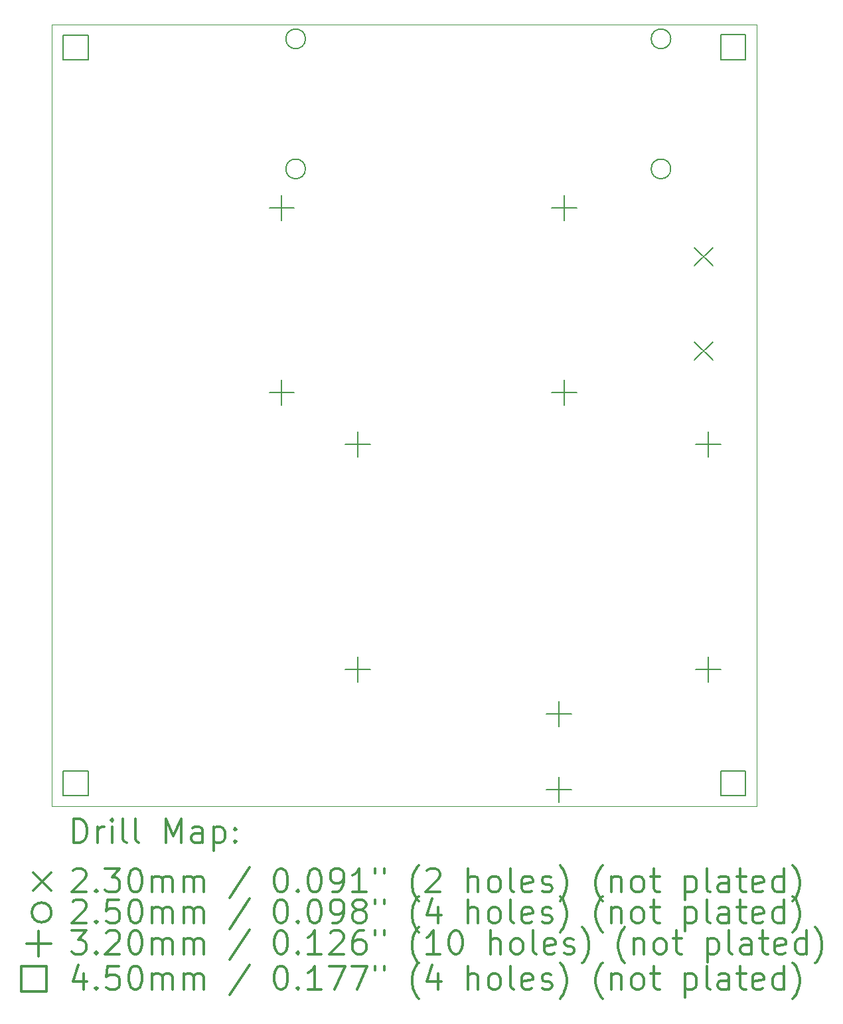
<source format=gbr>
%FSLAX45Y45*%
G04 Gerber Fmt 4.5, Leading zero omitted, Abs format (unit mm)*
G04 Created by KiCad (PCBNEW (5.1.6)-1) date 2021-11-02 04:41:42*
%MOMM*%
%LPD*%
G01*
G04 APERTURE LIST*
%TA.AperFunction,Profile*%
%ADD10C,0.050000*%
%TD*%
%ADD11C,0.200000*%
%ADD12C,0.300000*%
G04 APERTURE END LIST*
D10*
X19255000Y-5266000D02*
X19255000Y-15229000D01*
X10258000Y-5266000D02*
X19255000Y-5266000D01*
X10258000Y-15229000D02*
X10258000Y-5266000D01*
X19255000Y-15229000D02*
X10258000Y-15229000D01*
D11*
X18460000Y-8111000D02*
X18690000Y-8341000D01*
X18690000Y-8111000D02*
X18460000Y-8341000D01*
X18460000Y-9311000D02*
X18690000Y-9541000D01*
X18690000Y-9311000D02*
X18460000Y-9541000D01*
X18156000Y-5449000D02*
G75*
G03*
X18156000Y-5449000I-125000J0D01*
G01*
X13496000Y-7107000D02*
G75*
G03*
X13496000Y-7107000I-125000J0D01*
G01*
X18156000Y-7107000D02*
G75*
G03*
X18156000Y-7107000I-125000J0D01*
G01*
X13496000Y-5449000D02*
G75*
G03*
X13496000Y-5449000I-125000J0D01*
G01*
X16732000Y-13896000D02*
X16732000Y-14216000D01*
X16572000Y-14056000D02*
X16892000Y-14056000D01*
X16795000Y-7447000D02*
X16795000Y-7767000D01*
X16635000Y-7607000D02*
X16955000Y-7607000D01*
X16732000Y-14863000D02*
X16732000Y-15183000D01*
X16572000Y-15023000D02*
X16892000Y-15023000D01*
X13194000Y-7447000D02*
X13194000Y-7767000D01*
X13034000Y-7607000D02*
X13354000Y-7607000D01*
X18635000Y-10456000D02*
X18635000Y-10776000D01*
X18475000Y-10616000D02*
X18795000Y-10616000D01*
X14163000Y-13330000D02*
X14163000Y-13650000D01*
X14003000Y-13490000D02*
X14323000Y-13490000D01*
X16795000Y-9797000D02*
X16795000Y-10117000D01*
X16635000Y-9957000D02*
X16955000Y-9957000D01*
X14163000Y-10456000D02*
X14163000Y-10776000D01*
X14003000Y-10616000D02*
X14323000Y-10616000D01*
X18635000Y-13330000D02*
X18635000Y-13650000D01*
X18475000Y-13490000D02*
X18795000Y-13490000D01*
X13194000Y-9797000D02*
X13194000Y-10117000D01*
X13034000Y-9957000D02*
X13354000Y-9957000D01*
X19109101Y-5716101D02*
X19109101Y-5397899D01*
X18790899Y-5397899D01*
X18790899Y-5716101D01*
X19109101Y-5716101D01*
X10725101Y-15098101D02*
X10725101Y-14779899D01*
X10406899Y-14779899D01*
X10406899Y-15098101D01*
X10725101Y-15098101D01*
X10723101Y-5717101D02*
X10723101Y-5398899D01*
X10404899Y-5398899D01*
X10404899Y-5717101D01*
X10723101Y-5717101D01*
X19110101Y-15098101D02*
X19110101Y-14779899D01*
X18791899Y-14779899D01*
X18791899Y-15098101D01*
X19110101Y-15098101D01*
D12*
X10541928Y-15697214D02*
X10541928Y-15397214D01*
X10613357Y-15397214D01*
X10656214Y-15411500D01*
X10684786Y-15440071D01*
X10699071Y-15468643D01*
X10713357Y-15525786D01*
X10713357Y-15568643D01*
X10699071Y-15625786D01*
X10684786Y-15654357D01*
X10656214Y-15682929D01*
X10613357Y-15697214D01*
X10541928Y-15697214D01*
X10841928Y-15697214D02*
X10841928Y-15497214D01*
X10841928Y-15554357D02*
X10856214Y-15525786D01*
X10870500Y-15511500D01*
X10899071Y-15497214D01*
X10927643Y-15497214D01*
X11027643Y-15697214D02*
X11027643Y-15497214D01*
X11027643Y-15397214D02*
X11013357Y-15411500D01*
X11027643Y-15425786D01*
X11041928Y-15411500D01*
X11027643Y-15397214D01*
X11027643Y-15425786D01*
X11213357Y-15697214D02*
X11184786Y-15682929D01*
X11170500Y-15654357D01*
X11170500Y-15397214D01*
X11370500Y-15697214D02*
X11341928Y-15682929D01*
X11327643Y-15654357D01*
X11327643Y-15397214D01*
X11713357Y-15697214D02*
X11713357Y-15397214D01*
X11813357Y-15611500D01*
X11913357Y-15397214D01*
X11913357Y-15697214D01*
X12184786Y-15697214D02*
X12184786Y-15540071D01*
X12170500Y-15511500D01*
X12141928Y-15497214D01*
X12084786Y-15497214D01*
X12056214Y-15511500D01*
X12184786Y-15682929D02*
X12156214Y-15697214D01*
X12084786Y-15697214D01*
X12056214Y-15682929D01*
X12041928Y-15654357D01*
X12041928Y-15625786D01*
X12056214Y-15597214D01*
X12084786Y-15582929D01*
X12156214Y-15582929D01*
X12184786Y-15568643D01*
X12327643Y-15497214D02*
X12327643Y-15797214D01*
X12327643Y-15511500D02*
X12356214Y-15497214D01*
X12413357Y-15497214D01*
X12441928Y-15511500D01*
X12456214Y-15525786D01*
X12470500Y-15554357D01*
X12470500Y-15640071D01*
X12456214Y-15668643D01*
X12441928Y-15682929D01*
X12413357Y-15697214D01*
X12356214Y-15697214D01*
X12327643Y-15682929D01*
X12599071Y-15668643D02*
X12613357Y-15682929D01*
X12599071Y-15697214D01*
X12584786Y-15682929D01*
X12599071Y-15668643D01*
X12599071Y-15697214D01*
X12599071Y-15511500D02*
X12613357Y-15525786D01*
X12599071Y-15540071D01*
X12584786Y-15525786D01*
X12599071Y-15511500D01*
X12599071Y-15540071D01*
X10025500Y-16076500D02*
X10255500Y-16306500D01*
X10255500Y-16076500D02*
X10025500Y-16306500D01*
X10527643Y-16055786D02*
X10541928Y-16041500D01*
X10570500Y-16027214D01*
X10641928Y-16027214D01*
X10670500Y-16041500D01*
X10684786Y-16055786D01*
X10699071Y-16084357D01*
X10699071Y-16112929D01*
X10684786Y-16155786D01*
X10513357Y-16327214D01*
X10699071Y-16327214D01*
X10827643Y-16298643D02*
X10841928Y-16312929D01*
X10827643Y-16327214D01*
X10813357Y-16312929D01*
X10827643Y-16298643D01*
X10827643Y-16327214D01*
X10941928Y-16027214D02*
X11127643Y-16027214D01*
X11027643Y-16141500D01*
X11070500Y-16141500D01*
X11099071Y-16155786D01*
X11113357Y-16170071D01*
X11127643Y-16198643D01*
X11127643Y-16270071D01*
X11113357Y-16298643D01*
X11099071Y-16312929D01*
X11070500Y-16327214D01*
X10984786Y-16327214D01*
X10956214Y-16312929D01*
X10941928Y-16298643D01*
X11313357Y-16027214D02*
X11341928Y-16027214D01*
X11370500Y-16041500D01*
X11384786Y-16055786D01*
X11399071Y-16084357D01*
X11413357Y-16141500D01*
X11413357Y-16212929D01*
X11399071Y-16270071D01*
X11384786Y-16298643D01*
X11370500Y-16312929D01*
X11341928Y-16327214D01*
X11313357Y-16327214D01*
X11284786Y-16312929D01*
X11270500Y-16298643D01*
X11256214Y-16270071D01*
X11241928Y-16212929D01*
X11241928Y-16141500D01*
X11256214Y-16084357D01*
X11270500Y-16055786D01*
X11284786Y-16041500D01*
X11313357Y-16027214D01*
X11541928Y-16327214D02*
X11541928Y-16127214D01*
X11541928Y-16155786D02*
X11556214Y-16141500D01*
X11584786Y-16127214D01*
X11627643Y-16127214D01*
X11656214Y-16141500D01*
X11670500Y-16170071D01*
X11670500Y-16327214D01*
X11670500Y-16170071D02*
X11684786Y-16141500D01*
X11713357Y-16127214D01*
X11756214Y-16127214D01*
X11784786Y-16141500D01*
X11799071Y-16170071D01*
X11799071Y-16327214D01*
X11941928Y-16327214D02*
X11941928Y-16127214D01*
X11941928Y-16155786D02*
X11956214Y-16141500D01*
X11984786Y-16127214D01*
X12027643Y-16127214D01*
X12056214Y-16141500D01*
X12070500Y-16170071D01*
X12070500Y-16327214D01*
X12070500Y-16170071D02*
X12084786Y-16141500D01*
X12113357Y-16127214D01*
X12156214Y-16127214D01*
X12184786Y-16141500D01*
X12199071Y-16170071D01*
X12199071Y-16327214D01*
X12784786Y-16012929D02*
X12527643Y-16398643D01*
X13170500Y-16027214D02*
X13199071Y-16027214D01*
X13227643Y-16041500D01*
X13241928Y-16055786D01*
X13256214Y-16084357D01*
X13270500Y-16141500D01*
X13270500Y-16212929D01*
X13256214Y-16270071D01*
X13241928Y-16298643D01*
X13227643Y-16312929D01*
X13199071Y-16327214D01*
X13170500Y-16327214D01*
X13141928Y-16312929D01*
X13127643Y-16298643D01*
X13113357Y-16270071D01*
X13099071Y-16212929D01*
X13099071Y-16141500D01*
X13113357Y-16084357D01*
X13127643Y-16055786D01*
X13141928Y-16041500D01*
X13170500Y-16027214D01*
X13399071Y-16298643D02*
X13413357Y-16312929D01*
X13399071Y-16327214D01*
X13384786Y-16312929D01*
X13399071Y-16298643D01*
X13399071Y-16327214D01*
X13599071Y-16027214D02*
X13627643Y-16027214D01*
X13656214Y-16041500D01*
X13670500Y-16055786D01*
X13684786Y-16084357D01*
X13699071Y-16141500D01*
X13699071Y-16212929D01*
X13684786Y-16270071D01*
X13670500Y-16298643D01*
X13656214Y-16312929D01*
X13627643Y-16327214D01*
X13599071Y-16327214D01*
X13570500Y-16312929D01*
X13556214Y-16298643D01*
X13541928Y-16270071D01*
X13527643Y-16212929D01*
X13527643Y-16141500D01*
X13541928Y-16084357D01*
X13556214Y-16055786D01*
X13570500Y-16041500D01*
X13599071Y-16027214D01*
X13841928Y-16327214D02*
X13899071Y-16327214D01*
X13927643Y-16312929D01*
X13941928Y-16298643D01*
X13970500Y-16255786D01*
X13984786Y-16198643D01*
X13984786Y-16084357D01*
X13970500Y-16055786D01*
X13956214Y-16041500D01*
X13927643Y-16027214D01*
X13870500Y-16027214D01*
X13841928Y-16041500D01*
X13827643Y-16055786D01*
X13813357Y-16084357D01*
X13813357Y-16155786D01*
X13827643Y-16184357D01*
X13841928Y-16198643D01*
X13870500Y-16212929D01*
X13927643Y-16212929D01*
X13956214Y-16198643D01*
X13970500Y-16184357D01*
X13984786Y-16155786D01*
X14270500Y-16327214D02*
X14099071Y-16327214D01*
X14184786Y-16327214D02*
X14184786Y-16027214D01*
X14156214Y-16070071D01*
X14127643Y-16098643D01*
X14099071Y-16112929D01*
X14384786Y-16027214D02*
X14384786Y-16084357D01*
X14499071Y-16027214D02*
X14499071Y-16084357D01*
X14941928Y-16441500D02*
X14927643Y-16427214D01*
X14899071Y-16384357D01*
X14884786Y-16355786D01*
X14870500Y-16312929D01*
X14856214Y-16241500D01*
X14856214Y-16184357D01*
X14870500Y-16112929D01*
X14884786Y-16070071D01*
X14899071Y-16041500D01*
X14927643Y-15998643D01*
X14941928Y-15984357D01*
X15041928Y-16055786D02*
X15056214Y-16041500D01*
X15084786Y-16027214D01*
X15156214Y-16027214D01*
X15184786Y-16041500D01*
X15199071Y-16055786D01*
X15213357Y-16084357D01*
X15213357Y-16112929D01*
X15199071Y-16155786D01*
X15027643Y-16327214D01*
X15213357Y-16327214D01*
X15570500Y-16327214D02*
X15570500Y-16027214D01*
X15699071Y-16327214D02*
X15699071Y-16170071D01*
X15684786Y-16141500D01*
X15656214Y-16127214D01*
X15613357Y-16127214D01*
X15584786Y-16141500D01*
X15570500Y-16155786D01*
X15884786Y-16327214D02*
X15856214Y-16312929D01*
X15841928Y-16298643D01*
X15827643Y-16270071D01*
X15827643Y-16184357D01*
X15841928Y-16155786D01*
X15856214Y-16141500D01*
X15884786Y-16127214D01*
X15927643Y-16127214D01*
X15956214Y-16141500D01*
X15970500Y-16155786D01*
X15984786Y-16184357D01*
X15984786Y-16270071D01*
X15970500Y-16298643D01*
X15956214Y-16312929D01*
X15927643Y-16327214D01*
X15884786Y-16327214D01*
X16156214Y-16327214D02*
X16127643Y-16312929D01*
X16113357Y-16284357D01*
X16113357Y-16027214D01*
X16384786Y-16312929D02*
X16356214Y-16327214D01*
X16299071Y-16327214D01*
X16270500Y-16312929D01*
X16256214Y-16284357D01*
X16256214Y-16170071D01*
X16270500Y-16141500D01*
X16299071Y-16127214D01*
X16356214Y-16127214D01*
X16384786Y-16141500D01*
X16399071Y-16170071D01*
X16399071Y-16198643D01*
X16256214Y-16227214D01*
X16513357Y-16312929D02*
X16541928Y-16327214D01*
X16599071Y-16327214D01*
X16627643Y-16312929D01*
X16641928Y-16284357D01*
X16641928Y-16270071D01*
X16627643Y-16241500D01*
X16599071Y-16227214D01*
X16556214Y-16227214D01*
X16527643Y-16212929D01*
X16513357Y-16184357D01*
X16513357Y-16170071D01*
X16527643Y-16141500D01*
X16556214Y-16127214D01*
X16599071Y-16127214D01*
X16627643Y-16141500D01*
X16741928Y-16441500D02*
X16756214Y-16427214D01*
X16784786Y-16384357D01*
X16799071Y-16355786D01*
X16813357Y-16312929D01*
X16827643Y-16241500D01*
X16827643Y-16184357D01*
X16813357Y-16112929D01*
X16799071Y-16070071D01*
X16784786Y-16041500D01*
X16756214Y-15998643D01*
X16741928Y-15984357D01*
X17284786Y-16441500D02*
X17270500Y-16427214D01*
X17241928Y-16384357D01*
X17227643Y-16355786D01*
X17213357Y-16312929D01*
X17199071Y-16241500D01*
X17199071Y-16184357D01*
X17213357Y-16112929D01*
X17227643Y-16070071D01*
X17241928Y-16041500D01*
X17270500Y-15998643D01*
X17284786Y-15984357D01*
X17399071Y-16127214D02*
X17399071Y-16327214D01*
X17399071Y-16155786D02*
X17413357Y-16141500D01*
X17441928Y-16127214D01*
X17484786Y-16127214D01*
X17513357Y-16141500D01*
X17527643Y-16170071D01*
X17527643Y-16327214D01*
X17713357Y-16327214D02*
X17684786Y-16312929D01*
X17670500Y-16298643D01*
X17656214Y-16270071D01*
X17656214Y-16184357D01*
X17670500Y-16155786D01*
X17684786Y-16141500D01*
X17713357Y-16127214D01*
X17756214Y-16127214D01*
X17784786Y-16141500D01*
X17799071Y-16155786D01*
X17813357Y-16184357D01*
X17813357Y-16270071D01*
X17799071Y-16298643D01*
X17784786Y-16312929D01*
X17756214Y-16327214D01*
X17713357Y-16327214D01*
X17899071Y-16127214D02*
X18013357Y-16127214D01*
X17941928Y-16027214D02*
X17941928Y-16284357D01*
X17956214Y-16312929D01*
X17984786Y-16327214D01*
X18013357Y-16327214D01*
X18341928Y-16127214D02*
X18341928Y-16427214D01*
X18341928Y-16141500D02*
X18370500Y-16127214D01*
X18427643Y-16127214D01*
X18456214Y-16141500D01*
X18470500Y-16155786D01*
X18484786Y-16184357D01*
X18484786Y-16270071D01*
X18470500Y-16298643D01*
X18456214Y-16312929D01*
X18427643Y-16327214D01*
X18370500Y-16327214D01*
X18341928Y-16312929D01*
X18656214Y-16327214D02*
X18627643Y-16312929D01*
X18613357Y-16284357D01*
X18613357Y-16027214D01*
X18899071Y-16327214D02*
X18899071Y-16170071D01*
X18884786Y-16141500D01*
X18856214Y-16127214D01*
X18799071Y-16127214D01*
X18770500Y-16141500D01*
X18899071Y-16312929D02*
X18870500Y-16327214D01*
X18799071Y-16327214D01*
X18770500Y-16312929D01*
X18756214Y-16284357D01*
X18756214Y-16255786D01*
X18770500Y-16227214D01*
X18799071Y-16212929D01*
X18870500Y-16212929D01*
X18899071Y-16198643D01*
X18999071Y-16127214D02*
X19113357Y-16127214D01*
X19041928Y-16027214D02*
X19041928Y-16284357D01*
X19056214Y-16312929D01*
X19084786Y-16327214D01*
X19113357Y-16327214D01*
X19327643Y-16312929D02*
X19299071Y-16327214D01*
X19241928Y-16327214D01*
X19213357Y-16312929D01*
X19199071Y-16284357D01*
X19199071Y-16170071D01*
X19213357Y-16141500D01*
X19241928Y-16127214D01*
X19299071Y-16127214D01*
X19327643Y-16141500D01*
X19341928Y-16170071D01*
X19341928Y-16198643D01*
X19199071Y-16227214D01*
X19599071Y-16327214D02*
X19599071Y-16027214D01*
X19599071Y-16312929D02*
X19570500Y-16327214D01*
X19513357Y-16327214D01*
X19484786Y-16312929D01*
X19470500Y-16298643D01*
X19456214Y-16270071D01*
X19456214Y-16184357D01*
X19470500Y-16155786D01*
X19484786Y-16141500D01*
X19513357Y-16127214D01*
X19570500Y-16127214D01*
X19599071Y-16141500D01*
X19713357Y-16441500D02*
X19727643Y-16427214D01*
X19756214Y-16384357D01*
X19770500Y-16355786D01*
X19784786Y-16312929D01*
X19799071Y-16241500D01*
X19799071Y-16184357D01*
X19784786Y-16112929D01*
X19770500Y-16070071D01*
X19756214Y-16041500D01*
X19727643Y-15998643D01*
X19713357Y-15984357D01*
X10255500Y-16587500D02*
G75*
G03*
X10255500Y-16587500I-125000J0D01*
G01*
X10527643Y-16451786D02*
X10541928Y-16437500D01*
X10570500Y-16423214D01*
X10641928Y-16423214D01*
X10670500Y-16437500D01*
X10684786Y-16451786D01*
X10699071Y-16480357D01*
X10699071Y-16508929D01*
X10684786Y-16551786D01*
X10513357Y-16723214D01*
X10699071Y-16723214D01*
X10827643Y-16694643D02*
X10841928Y-16708929D01*
X10827643Y-16723214D01*
X10813357Y-16708929D01*
X10827643Y-16694643D01*
X10827643Y-16723214D01*
X11113357Y-16423214D02*
X10970500Y-16423214D01*
X10956214Y-16566071D01*
X10970500Y-16551786D01*
X10999071Y-16537500D01*
X11070500Y-16537500D01*
X11099071Y-16551786D01*
X11113357Y-16566071D01*
X11127643Y-16594643D01*
X11127643Y-16666071D01*
X11113357Y-16694643D01*
X11099071Y-16708929D01*
X11070500Y-16723214D01*
X10999071Y-16723214D01*
X10970500Y-16708929D01*
X10956214Y-16694643D01*
X11313357Y-16423214D02*
X11341928Y-16423214D01*
X11370500Y-16437500D01*
X11384786Y-16451786D01*
X11399071Y-16480357D01*
X11413357Y-16537500D01*
X11413357Y-16608929D01*
X11399071Y-16666071D01*
X11384786Y-16694643D01*
X11370500Y-16708929D01*
X11341928Y-16723214D01*
X11313357Y-16723214D01*
X11284786Y-16708929D01*
X11270500Y-16694643D01*
X11256214Y-16666071D01*
X11241928Y-16608929D01*
X11241928Y-16537500D01*
X11256214Y-16480357D01*
X11270500Y-16451786D01*
X11284786Y-16437500D01*
X11313357Y-16423214D01*
X11541928Y-16723214D02*
X11541928Y-16523214D01*
X11541928Y-16551786D02*
X11556214Y-16537500D01*
X11584786Y-16523214D01*
X11627643Y-16523214D01*
X11656214Y-16537500D01*
X11670500Y-16566071D01*
X11670500Y-16723214D01*
X11670500Y-16566071D02*
X11684786Y-16537500D01*
X11713357Y-16523214D01*
X11756214Y-16523214D01*
X11784786Y-16537500D01*
X11799071Y-16566071D01*
X11799071Y-16723214D01*
X11941928Y-16723214D02*
X11941928Y-16523214D01*
X11941928Y-16551786D02*
X11956214Y-16537500D01*
X11984786Y-16523214D01*
X12027643Y-16523214D01*
X12056214Y-16537500D01*
X12070500Y-16566071D01*
X12070500Y-16723214D01*
X12070500Y-16566071D02*
X12084786Y-16537500D01*
X12113357Y-16523214D01*
X12156214Y-16523214D01*
X12184786Y-16537500D01*
X12199071Y-16566071D01*
X12199071Y-16723214D01*
X12784786Y-16408929D02*
X12527643Y-16794643D01*
X13170500Y-16423214D02*
X13199071Y-16423214D01*
X13227643Y-16437500D01*
X13241928Y-16451786D01*
X13256214Y-16480357D01*
X13270500Y-16537500D01*
X13270500Y-16608929D01*
X13256214Y-16666071D01*
X13241928Y-16694643D01*
X13227643Y-16708929D01*
X13199071Y-16723214D01*
X13170500Y-16723214D01*
X13141928Y-16708929D01*
X13127643Y-16694643D01*
X13113357Y-16666071D01*
X13099071Y-16608929D01*
X13099071Y-16537500D01*
X13113357Y-16480357D01*
X13127643Y-16451786D01*
X13141928Y-16437500D01*
X13170500Y-16423214D01*
X13399071Y-16694643D02*
X13413357Y-16708929D01*
X13399071Y-16723214D01*
X13384786Y-16708929D01*
X13399071Y-16694643D01*
X13399071Y-16723214D01*
X13599071Y-16423214D02*
X13627643Y-16423214D01*
X13656214Y-16437500D01*
X13670500Y-16451786D01*
X13684786Y-16480357D01*
X13699071Y-16537500D01*
X13699071Y-16608929D01*
X13684786Y-16666071D01*
X13670500Y-16694643D01*
X13656214Y-16708929D01*
X13627643Y-16723214D01*
X13599071Y-16723214D01*
X13570500Y-16708929D01*
X13556214Y-16694643D01*
X13541928Y-16666071D01*
X13527643Y-16608929D01*
X13527643Y-16537500D01*
X13541928Y-16480357D01*
X13556214Y-16451786D01*
X13570500Y-16437500D01*
X13599071Y-16423214D01*
X13841928Y-16723214D02*
X13899071Y-16723214D01*
X13927643Y-16708929D01*
X13941928Y-16694643D01*
X13970500Y-16651786D01*
X13984786Y-16594643D01*
X13984786Y-16480357D01*
X13970500Y-16451786D01*
X13956214Y-16437500D01*
X13927643Y-16423214D01*
X13870500Y-16423214D01*
X13841928Y-16437500D01*
X13827643Y-16451786D01*
X13813357Y-16480357D01*
X13813357Y-16551786D01*
X13827643Y-16580357D01*
X13841928Y-16594643D01*
X13870500Y-16608929D01*
X13927643Y-16608929D01*
X13956214Y-16594643D01*
X13970500Y-16580357D01*
X13984786Y-16551786D01*
X14156214Y-16551786D02*
X14127643Y-16537500D01*
X14113357Y-16523214D01*
X14099071Y-16494643D01*
X14099071Y-16480357D01*
X14113357Y-16451786D01*
X14127643Y-16437500D01*
X14156214Y-16423214D01*
X14213357Y-16423214D01*
X14241928Y-16437500D01*
X14256214Y-16451786D01*
X14270500Y-16480357D01*
X14270500Y-16494643D01*
X14256214Y-16523214D01*
X14241928Y-16537500D01*
X14213357Y-16551786D01*
X14156214Y-16551786D01*
X14127643Y-16566071D01*
X14113357Y-16580357D01*
X14099071Y-16608929D01*
X14099071Y-16666071D01*
X14113357Y-16694643D01*
X14127643Y-16708929D01*
X14156214Y-16723214D01*
X14213357Y-16723214D01*
X14241928Y-16708929D01*
X14256214Y-16694643D01*
X14270500Y-16666071D01*
X14270500Y-16608929D01*
X14256214Y-16580357D01*
X14241928Y-16566071D01*
X14213357Y-16551786D01*
X14384786Y-16423214D02*
X14384786Y-16480357D01*
X14499071Y-16423214D02*
X14499071Y-16480357D01*
X14941928Y-16837500D02*
X14927643Y-16823214D01*
X14899071Y-16780357D01*
X14884786Y-16751786D01*
X14870500Y-16708929D01*
X14856214Y-16637500D01*
X14856214Y-16580357D01*
X14870500Y-16508929D01*
X14884786Y-16466071D01*
X14899071Y-16437500D01*
X14927643Y-16394643D01*
X14941928Y-16380357D01*
X15184786Y-16523214D02*
X15184786Y-16723214D01*
X15113357Y-16408929D02*
X15041928Y-16623214D01*
X15227643Y-16623214D01*
X15570500Y-16723214D02*
X15570500Y-16423214D01*
X15699071Y-16723214D02*
X15699071Y-16566071D01*
X15684786Y-16537500D01*
X15656214Y-16523214D01*
X15613357Y-16523214D01*
X15584786Y-16537500D01*
X15570500Y-16551786D01*
X15884786Y-16723214D02*
X15856214Y-16708929D01*
X15841928Y-16694643D01*
X15827643Y-16666071D01*
X15827643Y-16580357D01*
X15841928Y-16551786D01*
X15856214Y-16537500D01*
X15884786Y-16523214D01*
X15927643Y-16523214D01*
X15956214Y-16537500D01*
X15970500Y-16551786D01*
X15984786Y-16580357D01*
X15984786Y-16666071D01*
X15970500Y-16694643D01*
X15956214Y-16708929D01*
X15927643Y-16723214D01*
X15884786Y-16723214D01*
X16156214Y-16723214D02*
X16127643Y-16708929D01*
X16113357Y-16680357D01*
X16113357Y-16423214D01*
X16384786Y-16708929D02*
X16356214Y-16723214D01*
X16299071Y-16723214D01*
X16270500Y-16708929D01*
X16256214Y-16680357D01*
X16256214Y-16566071D01*
X16270500Y-16537500D01*
X16299071Y-16523214D01*
X16356214Y-16523214D01*
X16384786Y-16537500D01*
X16399071Y-16566071D01*
X16399071Y-16594643D01*
X16256214Y-16623214D01*
X16513357Y-16708929D02*
X16541928Y-16723214D01*
X16599071Y-16723214D01*
X16627643Y-16708929D01*
X16641928Y-16680357D01*
X16641928Y-16666071D01*
X16627643Y-16637500D01*
X16599071Y-16623214D01*
X16556214Y-16623214D01*
X16527643Y-16608929D01*
X16513357Y-16580357D01*
X16513357Y-16566071D01*
X16527643Y-16537500D01*
X16556214Y-16523214D01*
X16599071Y-16523214D01*
X16627643Y-16537500D01*
X16741928Y-16837500D02*
X16756214Y-16823214D01*
X16784786Y-16780357D01*
X16799071Y-16751786D01*
X16813357Y-16708929D01*
X16827643Y-16637500D01*
X16827643Y-16580357D01*
X16813357Y-16508929D01*
X16799071Y-16466071D01*
X16784786Y-16437500D01*
X16756214Y-16394643D01*
X16741928Y-16380357D01*
X17284786Y-16837500D02*
X17270500Y-16823214D01*
X17241928Y-16780357D01*
X17227643Y-16751786D01*
X17213357Y-16708929D01*
X17199071Y-16637500D01*
X17199071Y-16580357D01*
X17213357Y-16508929D01*
X17227643Y-16466071D01*
X17241928Y-16437500D01*
X17270500Y-16394643D01*
X17284786Y-16380357D01*
X17399071Y-16523214D02*
X17399071Y-16723214D01*
X17399071Y-16551786D02*
X17413357Y-16537500D01*
X17441928Y-16523214D01*
X17484786Y-16523214D01*
X17513357Y-16537500D01*
X17527643Y-16566071D01*
X17527643Y-16723214D01*
X17713357Y-16723214D02*
X17684786Y-16708929D01*
X17670500Y-16694643D01*
X17656214Y-16666071D01*
X17656214Y-16580357D01*
X17670500Y-16551786D01*
X17684786Y-16537500D01*
X17713357Y-16523214D01*
X17756214Y-16523214D01*
X17784786Y-16537500D01*
X17799071Y-16551786D01*
X17813357Y-16580357D01*
X17813357Y-16666071D01*
X17799071Y-16694643D01*
X17784786Y-16708929D01*
X17756214Y-16723214D01*
X17713357Y-16723214D01*
X17899071Y-16523214D02*
X18013357Y-16523214D01*
X17941928Y-16423214D02*
X17941928Y-16680357D01*
X17956214Y-16708929D01*
X17984786Y-16723214D01*
X18013357Y-16723214D01*
X18341928Y-16523214D02*
X18341928Y-16823214D01*
X18341928Y-16537500D02*
X18370500Y-16523214D01*
X18427643Y-16523214D01*
X18456214Y-16537500D01*
X18470500Y-16551786D01*
X18484786Y-16580357D01*
X18484786Y-16666071D01*
X18470500Y-16694643D01*
X18456214Y-16708929D01*
X18427643Y-16723214D01*
X18370500Y-16723214D01*
X18341928Y-16708929D01*
X18656214Y-16723214D02*
X18627643Y-16708929D01*
X18613357Y-16680357D01*
X18613357Y-16423214D01*
X18899071Y-16723214D02*
X18899071Y-16566071D01*
X18884786Y-16537500D01*
X18856214Y-16523214D01*
X18799071Y-16523214D01*
X18770500Y-16537500D01*
X18899071Y-16708929D02*
X18870500Y-16723214D01*
X18799071Y-16723214D01*
X18770500Y-16708929D01*
X18756214Y-16680357D01*
X18756214Y-16651786D01*
X18770500Y-16623214D01*
X18799071Y-16608929D01*
X18870500Y-16608929D01*
X18899071Y-16594643D01*
X18999071Y-16523214D02*
X19113357Y-16523214D01*
X19041928Y-16423214D02*
X19041928Y-16680357D01*
X19056214Y-16708929D01*
X19084786Y-16723214D01*
X19113357Y-16723214D01*
X19327643Y-16708929D02*
X19299071Y-16723214D01*
X19241928Y-16723214D01*
X19213357Y-16708929D01*
X19199071Y-16680357D01*
X19199071Y-16566071D01*
X19213357Y-16537500D01*
X19241928Y-16523214D01*
X19299071Y-16523214D01*
X19327643Y-16537500D01*
X19341928Y-16566071D01*
X19341928Y-16594643D01*
X19199071Y-16623214D01*
X19599071Y-16723214D02*
X19599071Y-16423214D01*
X19599071Y-16708929D02*
X19570500Y-16723214D01*
X19513357Y-16723214D01*
X19484786Y-16708929D01*
X19470500Y-16694643D01*
X19456214Y-16666071D01*
X19456214Y-16580357D01*
X19470500Y-16551786D01*
X19484786Y-16537500D01*
X19513357Y-16523214D01*
X19570500Y-16523214D01*
X19599071Y-16537500D01*
X19713357Y-16837500D02*
X19727643Y-16823214D01*
X19756214Y-16780357D01*
X19770500Y-16751786D01*
X19784786Y-16708929D01*
X19799071Y-16637500D01*
X19799071Y-16580357D01*
X19784786Y-16508929D01*
X19770500Y-16466071D01*
X19756214Y-16437500D01*
X19727643Y-16394643D01*
X19713357Y-16380357D01*
X10095500Y-16823500D02*
X10095500Y-17143500D01*
X9935500Y-16983500D02*
X10255500Y-16983500D01*
X10513357Y-16819214D02*
X10699071Y-16819214D01*
X10599071Y-16933500D01*
X10641928Y-16933500D01*
X10670500Y-16947786D01*
X10684786Y-16962072D01*
X10699071Y-16990643D01*
X10699071Y-17062072D01*
X10684786Y-17090643D01*
X10670500Y-17104929D01*
X10641928Y-17119214D01*
X10556214Y-17119214D01*
X10527643Y-17104929D01*
X10513357Y-17090643D01*
X10827643Y-17090643D02*
X10841928Y-17104929D01*
X10827643Y-17119214D01*
X10813357Y-17104929D01*
X10827643Y-17090643D01*
X10827643Y-17119214D01*
X10956214Y-16847786D02*
X10970500Y-16833500D01*
X10999071Y-16819214D01*
X11070500Y-16819214D01*
X11099071Y-16833500D01*
X11113357Y-16847786D01*
X11127643Y-16876357D01*
X11127643Y-16904929D01*
X11113357Y-16947786D01*
X10941928Y-17119214D01*
X11127643Y-17119214D01*
X11313357Y-16819214D02*
X11341928Y-16819214D01*
X11370500Y-16833500D01*
X11384786Y-16847786D01*
X11399071Y-16876357D01*
X11413357Y-16933500D01*
X11413357Y-17004929D01*
X11399071Y-17062072D01*
X11384786Y-17090643D01*
X11370500Y-17104929D01*
X11341928Y-17119214D01*
X11313357Y-17119214D01*
X11284786Y-17104929D01*
X11270500Y-17090643D01*
X11256214Y-17062072D01*
X11241928Y-17004929D01*
X11241928Y-16933500D01*
X11256214Y-16876357D01*
X11270500Y-16847786D01*
X11284786Y-16833500D01*
X11313357Y-16819214D01*
X11541928Y-17119214D02*
X11541928Y-16919214D01*
X11541928Y-16947786D02*
X11556214Y-16933500D01*
X11584786Y-16919214D01*
X11627643Y-16919214D01*
X11656214Y-16933500D01*
X11670500Y-16962072D01*
X11670500Y-17119214D01*
X11670500Y-16962072D02*
X11684786Y-16933500D01*
X11713357Y-16919214D01*
X11756214Y-16919214D01*
X11784786Y-16933500D01*
X11799071Y-16962072D01*
X11799071Y-17119214D01*
X11941928Y-17119214D02*
X11941928Y-16919214D01*
X11941928Y-16947786D02*
X11956214Y-16933500D01*
X11984786Y-16919214D01*
X12027643Y-16919214D01*
X12056214Y-16933500D01*
X12070500Y-16962072D01*
X12070500Y-17119214D01*
X12070500Y-16962072D02*
X12084786Y-16933500D01*
X12113357Y-16919214D01*
X12156214Y-16919214D01*
X12184786Y-16933500D01*
X12199071Y-16962072D01*
X12199071Y-17119214D01*
X12784786Y-16804929D02*
X12527643Y-17190643D01*
X13170500Y-16819214D02*
X13199071Y-16819214D01*
X13227643Y-16833500D01*
X13241928Y-16847786D01*
X13256214Y-16876357D01*
X13270500Y-16933500D01*
X13270500Y-17004929D01*
X13256214Y-17062072D01*
X13241928Y-17090643D01*
X13227643Y-17104929D01*
X13199071Y-17119214D01*
X13170500Y-17119214D01*
X13141928Y-17104929D01*
X13127643Y-17090643D01*
X13113357Y-17062072D01*
X13099071Y-17004929D01*
X13099071Y-16933500D01*
X13113357Y-16876357D01*
X13127643Y-16847786D01*
X13141928Y-16833500D01*
X13170500Y-16819214D01*
X13399071Y-17090643D02*
X13413357Y-17104929D01*
X13399071Y-17119214D01*
X13384786Y-17104929D01*
X13399071Y-17090643D01*
X13399071Y-17119214D01*
X13699071Y-17119214D02*
X13527643Y-17119214D01*
X13613357Y-17119214D02*
X13613357Y-16819214D01*
X13584786Y-16862072D01*
X13556214Y-16890643D01*
X13527643Y-16904929D01*
X13813357Y-16847786D02*
X13827643Y-16833500D01*
X13856214Y-16819214D01*
X13927643Y-16819214D01*
X13956214Y-16833500D01*
X13970500Y-16847786D01*
X13984786Y-16876357D01*
X13984786Y-16904929D01*
X13970500Y-16947786D01*
X13799071Y-17119214D01*
X13984786Y-17119214D01*
X14241928Y-16819214D02*
X14184786Y-16819214D01*
X14156214Y-16833500D01*
X14141928Y-16847786D01*
X14113357Y-16890643D01*
X14099071Y-16947786D01*
X14099071Y-17062072D01*
X14113357Y-17090643D01*
X14127643Y-17104929D01*
X14156214Y-17119214D01*
X14213357Y-17119214D01*
X14241928Y-17104929D01*
X14256214Y-17090643D01*
X14270500Y-17062072D01*
X14270500Y-16990643D01*
X14256214Y-16962072D01*
X14241928Y-16947786D01*
X14213357Y-16933500D01*
X14156214Y-16933500D01*
X14127643Y-16947786D01*
X14113357Y-16962072D01*
X14099071Y-16990643D01*
X14384786Y-16819214D02*
X14384786Y-16876357D01*
X14499071Y-16819214D02*
X14499071Y-16876357D01*
X14941928Y-17233500D02*
X14927643Y-17219214D01*
X14899071Y-17176357D01*
X14884786Y-17147786D01*
X14870500Y-17104929D01*
X14856214Y-17033500D01*
X14856214Y-16976357D01*
X14870500Y-16904929D01*
X14884786Y-16862072D01*
X14899071Y-16833500D01*
X14927643Y-16790643D01*
X14941928Y-16776357D01*
X15213357Y-17119214D02*
X15041928Y-17119214D01*
X15127643Y-17119214D02*
X15127643Y-16819214D01*
X15099071Y-16862072D01*
X15070500Y-16890643D01*
X15041928Y-16904929D01*
X15399071Y-16819214D02*
X15427643Y-16819214D01*
X15456214Y-16833500D01*
X15470500Y-16847786D01*
X15484786Y-16876357D01*
X15499071Y-16933500D01*
X15499071Y-17004929D01*
X15484786Y-17062072D01*
X15470500Y-17090643D01*
X15456214Y-17104929D01*
X15427643Y-17119214D01*
X15399071Y-17119214D01*
X15370500Y-17104929D01*
X15356214Y-17090643D01*
X15341928Y-17062072D01*
X15327643Y-17004929D01*
X15327643Y-16933500D01*
X15341928Y-16876357D01*
X15356214Y-16847786D01*
X15370500Y-16833500D01*
X15399071Y-16819214D01*
X15856214Y-17119214D02*
X15856214Y-16819214D01*
X15984786Y-17119214D02*
X15984786Y-16962072D01*
X15970500Y-16933500D01*
X15941928Y-16919214D01*
X15899071Y-16919214D01*
X15870500Y-16933500D01*
X15856214Y-16947786D01*
X16170500Y-17119214D02*
X16141928Y-17104929D01*
X16127643Y-17090643D01*
X16113357Y-17062072D01*
X16113357Y-16976357D01*
X16127643Y-16947786D01*
X16141928Y-16933500D01*
X16170500Y-16919214D01*
X16213357Y-16919214D01*
X16241928Y-16933500D01*
X16256214Y-16947786D01*
X16270500Y-16976357D01*
X16270500Y-17062072D01*
X16256214Y-17090643D01*
X16241928Y-17104929D01*
X16213357Y-17119214D01*
X16170500Y-17119214D01*
X16441928Y-17119214D02*
X16413357Y-17104929D01*
X16399071Y-17076357D01*
X16399071Y-16819214D01*
X16670500Y-17104929D02*
X16641928Y-17119214D01*
X16584786Y-17119214D01*
X16556214Y-17104929D01*
X16541928Y-17076357D01*
X16541928Y-16962072D01*
X16556214Y-16933500D01*
X16584786Y-16919214D01*
X16641928Y-16919214D01*
X16670500Y-16933500D01*
X16684786Y-16962072D01*
X16684786Y-16990643D01*
X16541928Y-17019214D01*
X16799071Y-17104929D02*
X16827643Y-17119214D01*
X16884786Y-17119214D01*
X16913357Y-17104929D01*
X16927643Y-17076357D01*
X16927643Y-17062072D01*
X16913357Y-17033500D01*
X16884786Y-17019214D01*
X16841928Y-17019214D01*
X16813357Y-17004929D01*
X16799071Y-16976357D01*
X16799071Y-16962072D01*
X16813357Y-16933500D01*
X16841928Y-16919214D01*
X16884786Y-16919214D01*
X16913357Y-16933500D01*
X17027643Y-17233500D02*
X17041928Y-17219214D01*
X17070500Y-17176357D01*
X17084786Y-17147786D01*
X17099071Y-17104929D01*
X17113357Y-17033500D01*
X17113357Y-16976357D01*
X17099071Y-16904929D01*
X17084786Y-16862072D01*
X17070500Y-16833500D01*
X17041928Y-16790643D01*
X17027643Y-16776357D01*
X17570500Y-17233500D02*
X17556214Y-17219214D01*
X17527643Y-17176357D01*
X17513357Y-17147786D01*
X17499071Y-17104929D01*
X17484786Y-17033500D01*
X17484786Y-16976357D01*
X17499071Y-16904929D01*
X17513357Y-16862072D01*
X17527643Y-16833500D01*
X17556214Y-16790643D01*
X17570500Y-16776357D01*
X17684786Y-16919214D02*
X17684786Y-17119214D01*
X17684786Y-16947786D02*
X17699071Y-16933500D01*
X17727643Y-16919214D01*
X17770500Y-16919214D01*
X17799071Y-16933500D01*
X17813357Y-16962072D01*
X17813357Y-17119214D01*
X17999071Y-17119214D02*
X17970500Y-17104929D01*
X17956214Y-17090643D01*
X17941928Y-17062072D01*
X17941928Y-16976357D01*
X17956214Y-16947786D01*
X17970500Y-16933500D01*
X17999071Y-16919214D01*
X18041928Y-16919214D01*
X18070500Y-16933500D01*
X18084786Y-16947786D01*
X18099071Y-16976357D01*
X18099071Y-17062072D01*
X18084786Y-17090643D01*
X18070500Y-17104929D01*
X18041928Y-17119214D01*
X17999071Y-17119214D01*
X18184786Y-16919214D02*
X18299071Y-16919214D01*
X18227643Y-16819214D02*
X18227643Y-17076357D01*
X18241928Y-17104929D01*
X18270500Y-17119214D01*
X18299071Y-17119214D01*
X18627643Y-16919214D02*
X18627643Y-17219214D01*
X18627643Y-16933500D02*
X18656214Y-16919214D01*
X18713357Y-16919214D01*
X18741928Y-16933500D01*
X18756214Y-16947786D01*
X18770500Y-16976357D01*
X18770500Y-17062072D01*
X18756214Y-17090643D01*
X18741928Y-17104929D01*
X18713357Y-17119214D01*
X18656214Y-17119214D01*
X18627643Y-17104929D01*
X18941928Y-17119214D02*
X18913357Y-17104929D01*
X18899071Y-17076357D01*
X18899071Y-16819214D01*
X19184786Y-17119214D02*
X19184786Y-16962072D01*
X19170500Y-16933500D01*
X19141928Y-16919214D01*
X19084786Y-16919214D01*
X19056214Y-16933500D01*
X19184786Y-17104929D02*
X19156214Y-17119214D01*
X19084786Y-17119214D01*
X19056214Y-17104929D01*
X19041928Y-17076357D01*
X19041928Y-17047786D01*
X19056214Y-17019214D01*
X19084786Y-17004929D01*
X19156214Y-17004929D01*
X19184786Y-16990643D01*
X19284786Y-16919214D02*
X19399071Y-16919214D01*
X19327643Y-16819214D02*
X19327643Y-17076357D01*
X19341928Y-17104929D01*
X19370500Y-17119214D01*
X19399071Y-17119214D01*
X19613357Y-17104929D02*
X19584786Y-17119214D01*
X19527643Y-17119214D01*
X19499071Y-17104929D01*
X19484786Y-17076357D01*
X19484786Y-16962072D01*
X19499071Y-16933500D01*
X19527643Y-16919214D01*
X19584786Y-16919214D01*
X19613357Y-16933500D01*
X19627643Y-16962072D01*
X19627643Y-16990643D01*
X19484786Y-17019214D01*
X19884786Y-17119214D02*
X19884786Y-16819214D01*
X19884786Y-17104929D02*
X19856214Y-17119214D01*
X19799071Y-17119214D01*
X19770500Y-17104929D01*
X19756214Y-17090643D01*
X19741928Y-17062072D01*
X19741928Y-16976357D01*
X19756214Y-16947786D01*
X19770500Y-16933500D01*
X19799071Y-16919214D01*
X19856214Y-16919214D01*
X19884786Y-16933500D01*
X19999071Y-17233500D02*
X20013357Y-17219214D01*
X20041928Y-17176357D01*
X20056214Y-17147786D01*
X20070500Y-17104929D01*
X20084786Y-17033500D01*
X20084786Y-16976357D01*
X20070500Y-16904929D01*
X20056214Y-16862072D01*
X20041928Y-16833500D01*
X20013357Y-16790643D01*
X19999071Y-16776357D01*
X10189601Y-17592601D02*
X10189601Y-17274400D01*
X9871399Y-17274400D01*
X9871399Y-17592601D01*
X10189601Y-17592601D01*
X10670500Y-17369214D02*
X10670500Y-17569214D01*
X10599071Y-17254929D02*
X10527643Y-17469214D01*
X10713357Y-17469214D01*
X10827643Y-17540643D02*
X10841928Y-17554929D01*
X10827643Y-17569214D01*
X10813357Y-17554929D01*
X10827643Y-17540643D01*
X10827643Y-17569214D01*
X11113357Y-17269214D02*
X10970500Y-17269214D01*
X10956214Y-17412072D01*
X10970500Y-17397786D01*
X10999071Y-17383500D01*
X11070500Y-17383500D01*
X11099071Y-17397786D01*
X11113357Y-17412072D01*
X11127643Y-17440643D01*
X11127643Y-17512072D01*
X11113357Y-17540643D01*
X11099071Y-17554929D01*
X11070500Y-17569214D01*
X10999071Y-17569214D01*
X10970500Y-17554929D01*
X10956214Y-17540643D01*
X11313357Y-17269214D02*
X11341928Y-17269214D01*
X11370500Y-17283500D01*
X11384786Y-17297786D01*
X11399071Y-17326357D01*
X11413357Y-17383500D01*
X11413357Y-17454929D01*
X11399071Y-17512072D01*
X11384786Y-17540643D01*
X11370500Y-17554929D01*
X11341928Y-17569214D01*
X11313357Y-17569214D01*
X11284786Y-17554929D01*
X11270500Y-17540643D01*
X11256214Y-17512072D01*
X11241928Y-17454929D01*
X11241928Y-17383500D01*
X11256214Y-17326357D01*
X11270500Y-17297786D01*
X11284786Y-17283500D01*
X11313357Y-17269214D01*
X11541928Y-17569214D02*
X11541928Y-17369214D01*
X11541928Y-17397786D02*
X11556214Y-17383500D01*
X11584786Y-17369214D01*
X11627643Y-17369214D01*
X11656214Y-17383500D01*
X11670500Y-17412072D01*
X11670500Y-17569214D01*
X11670500Y-17412072D02*
X11684786Y-17383500D01*
X11713357Y-17369214D01*
X11756214Y-17369214D01*
X11784786Y-17383500D01*
X11799071Y-17412072D01*
X11799071Y-17569214D01*
X11941928Y-17569214D02*
X11941928Y-17369214D01*
X11941928Y-17397786D02*
X11956214Y-17383500D01*
X11984786Y-17369214D01*
X12027643Y-17369214D01*
X12056214Y-17383500D01*
X12070500Y-17412072D01*
X12070500Y-17569214D01*
X12070500Y-17412072D02*
X12084786Y-17383500D01*
X12113357Y-17369214D01*
X12156214Y-17369214D01*
X12184786Y-17383500D01*
X12199071Y-17412072D01*
X12199071Y-17569214D01*
X12784786Y-17254929D02*
X12527643Y-17640643D01*
X13170500Y-17269214D02*
X13199071Y-17269214D01*
X13227643Y-17283500D01*
X13241928Y-17297786D01*
X13256214Y-17326357D01*
X13270500Y-17383500D01*
X13270500Y-17454929D01*
X13256214Y-17512072D01*
X13241928Y-17540643D01*
X13227643Y-17554929D01*
X13199071Y-17569214D01*
X13170500Y-17569214D01*
X13141928Y-17554929D01*
X13127643Y-17540643D01*
X13113357Y-17512072D01*
X13099071Y-17454929D01*
X13099071Y-17383500D01*
X13113357Y-17326357D01*
X13127643Y-17297786D01*
X13141928Y-17283500D01*
X13170500Y-17269214D01*
X13399071Y-17540643D02*
X13413357Y-17554929D01*
X13399071Y-17569214D01*
X13384786Y-17554929D01*
X13399071Y-17540643D01*
X13399071Y-17569214D01*
X13699071Y-17569214D02*
X13527643Y-17569214D01*
X13613357Y-17569214D02*
X13613357Y-17269214D01*
X13584786Y-17312072D01*
X13556214Y-17340643D01*
X13527643Y-17354929D01*
X13799071Y-17269214D02*
X13999071Y-17269214D01*
X13870500Y-17569214D01*
X14084786Y-17269214D02*
X14284786Y-17269214D01*
X14156214Y-17569214D01*
X14384786Y-17269214D02*
X14384786Y-17326357D01*
X14499071Y-17269214D02*
X14499071Y-17326357D01*
X14941928Y-17683500D02*
X14927643Y-17669214D01*
X14899071Y-17626357D01*
X14884786Y-17597786D01*
X14870500Y-17554929D01*
X14856214Y-17483500D01*
X14856214Y-17426357D01*
X14870500Y-17354929D01*
X14884786Y-17312072D01*
X14899071Y-17283500D01*
X14927643Y-17240643D01*
X14941928Y-17226357D01*
X15184786Y-17369214D02*
X15184786Y-17569214D01*
X15113357Y-17254929D02*
X15041928Y-17469214D01*
X15227643Y-17469214D01*
X15570500Y-17569214D02*
X15570500Y-17269214D01*
X15699071Y-17569214D02*
X15699071Y-17412072D01*
X15684786Y-17383500D01*
X15656214Y-17369214D01*
X15613357Y-17369214D01*
X15584786Y-17383500D01*
X15570500Y-17397786D01*
X15884786Y-17569214D02*
X15856214Y-17554929D01*
X15841928Y-17540643D01*
X15827643Y-17512072D01*
X15827643Y-17426357D01*
X15841928Y-17397786D01*
X15856214Y-17383500D01*
X15884786Y-17369214D01*
X15927643Y-17369214D01*
X15956214Y-17383500D01*
X15970500Y-17397786D01*
X15984786Y-17426357D01*
X15984786Y-17512072D01*
X15970500Y-17540643D01*
X15956214Y-17554929D01*
X15927643Y-17569214D01*
X15884786Y-17569214D01*
X16156214Y-17569214D02*
X16127643Y-17554929D01*
X16113357Y-17526357D01*
X16113357Y-17269214D01*
X16384786Y-17554929D02*
X16356214Y-17569214D01*
X16299071Y-17569214D01*
X16270500Y-17554929D01*
X16256214Y-17526357D01*
X16256214Y-17412072D01*
X16270500Y-17383500D01*
X16299071Y-17369214D01*
X16356214Y-17369214D01*
X16384786Y-17383500D01*
X16399071Y-17412072D01*
X16399071Y-17440643D01*
X16256214Y-17469214D01*
X16513357Y-17554929D02*
X16541928Y-17569214D01*
X16599071Y-17569214D01*
X16627643Y-17554929D01*
X16641928Y-17526357D01*
X16641928Y-17512072D01*
X16627643Y-17483500D01*
X16599071Y-17469214D01*
X16556214Y-17469214D01*
X16527643Y-17454929D01*
X16513357Y-17426357D01*
X16513357Y-17412072D01*
X16527643Y-17383500D01*
X16556214Y-17369214D01*
X16599071Y-17369214D01*
X16627643Y-17383500D01*
X16741928Y-17683500D02*
X16756214Y-17669214D01*
X16784786Y-17626357D01*
X16799071Y-17597786D01*
X16813357Y-17554929D01*
X16827643Y-17483500D01*
X16827643Y-17426357D01*
X16813357Y-17354929D01*
X16799071Y-17312072D01*
X16784786Y-17283500D01*
X16756214Y-17240643D01*
X16741928Y-17226357D01*
X17284786Y-17683500D02*
X17270500Y-17669214D01*
X17241928Y-17626357D01*
X17227643Y-17597786D01*
X17213357Y-17554929D01*
X17199071Y-17483500D01*
X17199071Y-17426357D01*
X17213357Y-17354929D01*
X17227643Y-17312072D01*
X17241928Y-17283500D01*
X17270500Y-17240643D01*
X17284786Y-17226357D01*
X17399071Y-17369214D02*
X17399071Y-17569214D01*
X17399071Y-17397786D02*
X17413357Y-17383500D01*
X17441928Y-17369214D01*
X17484786Y-17369214D01*
X17513357Y-17383500D01*
X17527643Y-17412072D01*
X17527643Y-17569214D01*
X17713357Y-17569214D02*
X17684786Y-17554929D01*
X17670500Y-17540643D01*
X17656214Y-17512072D01*
X17656214Y-17426357D01*
X17670500Y-17397786D01*
X17684786Y-17383500D01*
X17713357Y-17369214D01*
X17756214Y-17369214D01*
X17784786Y-17383500D01*
X17799071Y-17397786D01*
X17813357Y-17426357D01*
X17813357Y-17512072D01*
X17799071Y-17540643D01*
X17784786Y-17554929D01*
X17756214Y-17569214D01*
X17713357Y-17569214D01*
X17899071Y-17369214D02*
X18013357Y-17369214D01*
X17941928Y-17269214D02*
X17941928Y-17526357D01*
X17956214Y-17554929D01*
X17984786Y-17569214D01*
X18013357Y-17569214D01*
X18341928Y-17369214D02*
X18341928Y-17669214D01*
X18341928Y-17383500D02*
X18370500Y-17369214D01*
X18427643Y-17369214D01*
X18456214Y-17383500D01*
X18470500Y-17397786D01*
X18484786Y-17426357D01*
X18484786Y-17512072D01*
X18470500Y-17540643D01*
X18456214Y-17554929D01*
X18427643Y-17569214D01*
X18370500Y-17569214D01*
X18341928Y-17554929D01*
X18656214Y-17569214D02*
X18627643Y-17554929D01*
X18613357Y-17526357D01*
X18613357Y-17269214D01*
X18899071Y-17569214D02*
X18899071Y-17412072D01*
X18884786Y-17383500D01*
X18856214Y-17369214D01*
X18799071Y-17369214D01*
X18770500Y-17383500D01*
X18899071Y-17554929D02*
X18870500Y-17569214D01*
X18799071Y-17569214D01*
X18770500Y-17554929D01*
X18756214Y-17526357D01*
X18756214Y-17497786D01*
X18770500Y-17469214D01*
X18799071Y-17454929D01*
X18870500Y-17454929D01*
X18899071Y-17440643D01*
X18999071Y-17369214D02*
X19113357Y-17369214D01*
X19041928Y-17269214D02*
X19041928Y-17526357D01*
X19056214Y-17554929D01*
X19084786Y-17569214D01*
X19113357Y-17569214D01*
X19327643Y-17554929D02*
X19299071Y-17569214D01*
X19241928Y-17569214D01*
X19213357Y-17554929D01*
X19199071Y-17526357D01*
X19199071Y-17412072D01*
X19213357Y-17383500D01*
X19241928Y-17369214D01*
X19299071Y-17369214D01*
X19327643Y-17383500D01*
X19341928Y-17412072D01*
X19341928Y-17440643D01*
X19199071Y-17469214D01*
X19599071Y-17569214D02*
X19599071Y-17269214D01*
X19599071Y-17554929D02*
X19570500Y-17569214D01*
X19513357Y-17569214D01*
X19484786Y-17554929D01*
X19470500Y-17540643D01*
X19456214Y-17512072D01*
X19456214Y-17426357D01*
X19470500Y-17397786D01*
X19484786Y-17383500D01*
X19513357Y-17369214D01*
X19570500Y-17369214D01*
X19599071Y-17383500D01*
X19713357Y-17683500D02*
X19727643Y-17669214D01*
X19756214Y-17626357D01*
X19770500Y-17597786D01*
X19784786Y-17554929D01*
X19799071Y-17483500D01*
X19799071Y-17426357D01*
X19784786Y-17354929D01*
X19770500Y-17312072D01*
X19756214Y-17283500D01*
X19727643Y-17240643D01*
X19713357Y-17226357D01*
M02*

</source>
